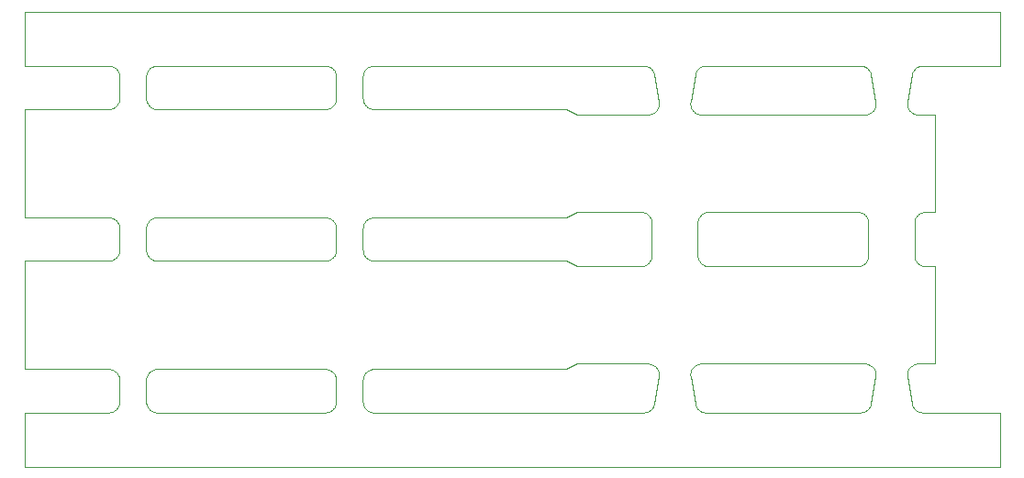
<source format=gko>
%MOIN*%
%OFA0B0*%
%FSLAX44Y44*%
%IPPOS*%
%LPD*%
%ADD10C,0*%
D10*
X00010930Y00012992D02*
X00010930Y00012992D01*
X00004817Y00012992D01*
X00004786Y00012993D01*
X00004755Y00012996D01*
X00004725Y00013003D01*
X00004695Y00013011D01*
X00004666Y00013022D01*
X00004638Y00013035D01*
X00004611Y00013050D01*
X00004585Y00013067D01*
X00004561Y00013086D01*
X00004538Y00013107D01*
X00004517Y00013130D01*
X00004498Y00013154D01*
X00004481Y00013180D01*
X00004466Y00013207D01*
X00004453Y00013235D01*
X00004442Y00013264D01*
X00004434Y00013293D01*
X00004428Y00013324D01*
X00004424Y00013354D01*
X00004423Y00013385D01*
X00004423Y00014173D01*
X00004424Y00014204D01*
X00004428Y00014234D01*
X00004434Y00014265D01*
X00004442Y00014294D01*
X00004453Y00014323D01*
X00004466Y00014351D01*
X00004481Y00014378D01*
X00004498Y00014404D01*
X00004517Y00014428D01*
X00004538Y00014451D01*
X00004561Y00014472D01*
X00004585Y00014491D01*
X00004611Y00014508D01*
X00004638Y00014524D01*
X00004666Y00014536D01*
X00004695Y00014547D01*
X00004725Y00014556D01*
X00004755Y00014562D01*
X00004786Y00014565D01*
X00004817Y00014566D01*
X00010930Y00014566D01*
X00010961Y00014565D01*
X00010992Y00014562D01*
X00011022Y00014556D01*
X00011052Y00014547D01*
X00011081Y00014536D01*
X00011109Y00014524D01*
X00011136Y00014508D01*
X00011162Y00014491D01*
X00011186Y00014472D01*
X00011209Y00014451D01*
X00011230Y00014428D01*
X00011249Y00014404D01*
X00011266Y00014378D01*
X00011281Y00014351D01*
X00011294Y00014323D01*
X00011305Y00014294D01*
X00011313Y00014265D01*
X00011319Y00014234D01*
X00011323Y00014204D01*
X00011324Y00014173D01*
X00011324Y00013385D01*
X00011323Y00013354D01*
X00011319Y00013324D01*
X00011313Y00013293D01*
X00011305Y00013264D01*
X00011294Y00013235D01*
X00011281Y00013207D01*
X00011266Y00013180D01*
X00011249Y00013154D01*
X00011230Y00013130D01*
X00011209Y00013107D01*
X00011186Y00013086D01*
X00011162Y00013067D01*
X00011136Y00013050D01*
X00011109Y00013035D01*
X00011081Y00013022D01*
X00011052Y00013011D01*
X00011022Y00013003D01*
X00010992Y00012996D01*
X00010961Y00012993D01*
X00010930Y00012992D01*
X00020078Y00012795D02*
X00020078Y00012795D01*
X00019685Y00012992D01*
X00012691Y00012992D01*
X00012660Y00012993D01*
X00012629Y00012996D01*
X00012599Y00013003D01*
X00012569Y00013011D01*
X00012540Y00013022D01*
X00012512Y00013035D01*
X00012485Y00013050D01*
X00012459Y00013067D01*
X00012435Y00013086D01*
X00012412Y00013107D01*
X00012391Y00013130D01*
X00012372Y00013154D01*
X00012355Y00013180D01*
X00012340Y00013207D01*
X00012327Y00013235D01*
X00012316Y00013264D01*
X00012308Y00013293D01*
X00012302Y00013324D01*
X00012298Y00013354D01*
X00012297Y00013385D01*
X00012297Y00014173D01*
X00012298Y00014204D01*
X00012302Y00014234D01*
X00012308Y00014265D01*
X00012316Y00014294D01*
X00012327Y00014323D01*
X00012340Y00014351D01*
X00012355Y00014378D01*
X00012372Y00014404D01*
X00012391Y00014428D01*
X00012412Y00014451D01*
X00012435Y00014472D01*
X00012459Y00014491D01*
X00012485Y00014508D01*
X00012512Y00014524D01*
X00012540Y00014536D01*
X00012569Y00014547D01*
X00012599Y00014556D01*
X00012629Y00014562D01*
X00012660Y00014565D01*
X00012691Y00014566D01*
X00022491Y00014566D01*
X00022518Y00014565D01*
X00022546Y00014563D01*
X00022573Y00014558D01*
X00022600Y00014551D01*
X00022626Y00014542D01*
X00022652Y00014532D01*
X00022676Y00014520D01*
X00022700Y00014506D01*
X00022723Y00014491D01*
X00022745Y00014473D01*
X00022765Y00014455D01*
X00022784Y00014435D01*
X00022802Y00014414D01*
X00022818Y00014391D01*
X00022833Y00014368D01*
X00022846Y00014343D01*
X00022857Y00014318D01*
X00022866Y00014292D01*
X00022873Y00014265D01*
X00022879Y00014238D01*
X00023045Y00013254D01*
X00023050Y00013220D01*
X00023051Y00013186D01*
X00023049Y00013152D01*
X00023045Y00013118D01*
X00023037Y00013085D01*
X00023026Y00013052D01*
X00023013Y00013020D01*
X00022997Y00012990D01*
X00022979Y00012961D01*
X00022958Y00012934D01*
X00022935Y00012909D01*
X00022909Y00012886D01*
X00022882Y00012865D01*
X00022853Y00012847D01*
X00022823Y00012831D01*
X00022791Y00012818D01*
X00022759Y00012808D01*
X00022725Y00012801D01*
X00022691Y00012796D01*
X00022657Y00012795D01*
X00020078Y00012795D01*
X00019685Y00009055D02*
X00019685Y00009055D01*
X00020078Y00009251D01*
X00022392Y00009251D01*
X00022423Y00009250D01*
X00022454Y00009247D01*
X00022484Y00009241D01*
X00022514Y00009232D01*
X00022543Y00009221D01*
X00022571Y00009209D01*
X00022598Y00009193D01*
X00022624Y00009176D01*
X00022648Y00009157D01*
X00022671Y00009136D01*
X00022692Y00009113D01*
X00022711Y00009089D01*
X00022728Y00009063D01*
X00022743Y00009037D01*
X00022756Y00009008D01*
X00022767Y00008979D01*
X00022775Y00008950D01*
X00022781Y00008919D01*
X00022785Y00008889D01*
X00022786Y00008858D01*
X00022786Y00007677D01*
X00022785Y00007646D01*
X00022781Y00007615D01*
X00022775Y00007585D01*
X00022767Y00007555D01*
X00022756Y00007526D01*
X00022743Y00007498D01*
X00022728Y00007471D01*
X00022711Y00007445D01*
X00022692Y00007421D01*
X00022671Y00007398D01*
X00022648Y00007377D01*
X00022624Y00007358D01*
X00022598Y00007341D01*
X00022571Y00007326D01*
X00022543Y00007313D01*
X00022514Y00007302D01*
X00022484Y00007294D01*
X00022454Y00007288D01*
X00022423Y00007284D01*
X00022392Y00007283D01*
X00020078Y00007283D01*
X00019685Y00007480D01*
X00012691Y00007480D01*
X00012660Y00007481D01*
X00012629Y00007485D01*
X00012599Y00007491D01*
X00012569Y00007499D01*
X00012540Y00007510D01*
X00012512Y00007523D01*
X00012485Y00007538D01*
X00012459Y00007555D01*
X00012435Y00007574D01*
X00012412Y00007595D01*
X00012391Y00007618D01*
X00012372Y00007642D01*
X00012355Y00007668D01*
X00012340Y00007695D01*
X00012327Y00007723D01*
X00012316Y00007752D01*
X00012308Y00007782D01*
X00012302Y00007812D01*
X00012298Y00007843D01*
X00012297Y00007874D01*
X00012297Y00008661D01*
X00012298Y00008692D01*
X00012302Y00008723D01*
X00012308Y00008753D01*
X00012316Y00008783D01*
X00012327Y00008812D01*
X00012340Y00008840D01*
X00012355Y00008867D01*
X00012372Y00008892D01*
X00012391Y00008917D01*
X00012412Y00008939D01*
X00012435Y00008960D01*
X00012459Y00008979D01*
X00012485Y00008997D01*
X00012512Y00009012D01*
X00012540Y00009025D01*
X00012569Y00009035D01*
X00012599Y00009044D01*
X00012629Y00009050D01*
X00012660Y00009053D01*
X00012691Y00009055D01*
X00019685Y00009055D01*
X00024752Y00001968D02*
X00024752Y00001968D01*
X00024725Y00001969D01*
X00024697Y00001972D01*
X00024670Y00001977D01*
X00024643Y00001983D01*
X00024617Y00001992D01*
X00024591Y00002002D01*
X00024567Y00002015D01*
X00024543Y00002028D01*
X00024520Y00002044D01*
X00024498Y00002061D01*
X00024478Y00002080D01*
X00024459Y00002099D01*
X00024441Y00002121D01*
X00024425Y00002143D01*
X00024410Y00002167D01*
X00024398Y00002191D01*
X00024386Y00002216D01*
X00024377Y00002242D01*
X00024370Y00002269D01*
X00024364Y00002296D01*
X00024198Y00003280D01*
X00024193Y00003314D01*
X00024192Y00003348D01*
X00024194Y00003383D01*
X00024199Y00003416D01*
X00024206Y00003450D01*
X00024217Y00003482D01*
X00024230Y00003514D01*
X00024246Y00003544D01*
X00024264Y00003573D01*
X00024285Y00003600D01*
X00024308Y00003625D01*
X00024334Y00003648D01*
X00024361Y00003669D01*
X00024390Y00003687D01*
X00024420Y00003703D01*
X00024452Y00003716D01*
X00024484Y00003726D01*
X00024518Y00003734D01*
X00024552Y00003738D01*
X00024586Y00003740D01*
X00030531Y00003740D01*
X00030565Y00003738D01*
X00030599Y00003734D01*
X00030633Y00003726D01*
X00030665Y00003716D01*
X00030697Y00003703D01*
X00030727Y00003687D01*
X00030756Y00003669D01*
X00030783Y00003648D01*
X00030809Y00003625D01*
X00030832Y00003600D01*
X00030853Y00003573D01*
X00030871Y00003544D01*
X00030887Y00003514D01*
X00030900Y00003482D01*
X00030911Y00003450D01*
X00030919Y00003416D01*
X00030923Y00003383D01*
X00030925Y00003348D01*
X00030924Y00003314D01*
X00030919Y00003280D01*
X00030753Y00002296D01*
X00030747Y00002269D01*
X00030740Y00002242D01*
X00030731Y00002216D01*
X00030720Y00002191D01*
X00030707Y00002167D01*
X00030692Y00002143D01*
X00030676Y00002121D01*
X00030658Y00002099D01*
X00030639Y00002080D01*
X00030619Y00002061D01*
X00030597Y00002044D01*
X00030574Y00002028D01*
X00030550Y00002015D01*
X00030526Y00002002D01*
X00030500Y00001992D01*
X00030474Y00001983D01*
X00030447Y00001977D01*
X00030420Y00001972D01*
X00030392Y00001969D01*
X00030365Y00001968D01*
X00024752Y00001968D01*
X00024851Y00007283D02*
X00024851Y00007283D01*
X00024820Y00007284D01*
X00024789Y00007288D01*
X00024759Y00007294D01*
X00024729Y00007302D01*
X00024700Y00007313D01*
X00024672Y00007326D01*
X00024645Y00007341D01*
X00024619Y00007358D01*
X00024595Y00007377D01*
X00024572Y00007398D01*
X00024552Y00007421D01*
X00024532Y00007445D01*
X00024515Y00007471D01*
X00024500Y00007498D01*
X00024487Y00007526D01*
X00024476Y00007555D01*
X00024468Y00007585D01*
X00024462Y00007615D01*
X00024458Y00007646D01*
X00024457Y00007677D01*
X00024457Y00008858D01*
X00024458Y00008889D01*
X00024462Y00008919D01*
X00024468Y00008950D01*
X00024476Y00008979D01*
X00024487Y00009008D01*
X00024500Y00009037D01*
X00024515Y00009063D01*
X00024532Y00009089D01*
X00024552Y00009113D01*
X00024572Y00009136D01*
X00024595Y00009157D01*
X00024619Y00009176D01*
X00024645Y00009193D01*
X00024672Y00009209D01*
X00024700Y00009221D01*
X00024729Y00009232D01*
X00024759Y00009241D01*
X00024789Y00009247D01*
X00024820Y00009250D01*
X00024851Y00009251D01*
X00030266Y00009251D01*
X00030297Y00009250D01*
X00030328Y00009247D01*
X00030358Y00009241D01*
X00030388Y00009232D01*
X00030417Y00009221D01*
X00030445Y00009209D01*
X00030472Y00009193D01*
X00030498Y00009176D01*
X00030522Y00009157D01*
X00030545Y00009136D01*
X00030566Y00009113D01*
X00030585Y00009089D01*
X00030602Y00009063D01*
X00030617Y00009037D01*
X00030630Y00009008D01*
X00030641Y00008979D01*
X00030649Y00008950D01*
X00030655Y00008919D01*
X00030659Y00008889D01*
X00030660Y00008858D01*
X00030660Y00007677D01*
X00030659Y00007646D01*
X00030655Y00007615D01*
X00030649Y00007585D01*
X00030641Y00007555D01*
X00030630Y00007526D01*
X00030617Y00007498D01*
X00030602Y00007471D01*
X00030585Y00007445D01*
X00030566Y00007421D01*
X00030545Y00007398D01*
X00030522Y00007377D01*
X00030498Y00007358D01*
X00030472Y00007341D01*
X00030445Y00007326D01*
X00030417Y00007313D01*
X00030388Y00007302D01*
X00030358Y00007294D01*
X00030328Y00007288D01*
X00030297Y00007284D01*
X00030266Y00007283D01*
X00024851Y00007283D01*
X00024586Y00012795D02*
X00024586Y00012795D01*
X00024552Y00012796D01*
X00024518Y00012801D01*
X00024484Y00012808D01*
X00024452Y00012818D01*
X00024420Y00012831D01*
X00024390Y00012847D01*
X00024361Y00012865D01*
X00024334Y00012886D01*
X00024308Y00012909D01*
X00024285Y00012934D01*
X00024264Y00012961D01*
X00024246Y00012990D01*
X00024230Y00013020D01*
X00024217Y00013052D01*
X00024206Y00013085D01*
X00024199Y00013118D01*
X00024194Y00013152D01*
X00024192Y00013186D01*
X00024193Y00013220D01*
X00024198Y00013254D01*
X00024364Y00014238D01*
X00024370Y00014265D01*
X00024377Y00014292D01*
X00024386Y00014318D01*
X00024398Y00014343D01*
X00024410Y00014368D01*
X00024425Y00014391D01*
X00024441Y00014414D01*
X00024459Y00014435D01*
X00024478Y00014455D01*
X00024498Y00014473D01*
X00024520Y00014491D01*
X00024543Y00014506D01*
X00024567Y00014520D01*
X00024591Y00014532D01*
X00024617Y00014542D01*
X00024643Y00014551D01*
X00024670Y00014558D01*
X00024697Y00014563D01*
X00024725Y00014565D01*
X00024752Y00014566D01*
X00030365Y00014566D01*
X00030392Y00014565D01*
X00030420Y00014563D01*
X00030447Y00014558D01*
X00030474Y00014551D01*
X00030500Y00014542D01*
X00030526Y00014532D01*
X00030550Y00014520D01*
X00030574Y00014506D01*
X00030597Y00014491D01*
X00030619Y00014473D01*
X00030639Y00014455D01*
X00030658Y00014435D01*
X00030676Y00014414D01*
X00030692Y00014391D01*
X00030707Y00014368D01*
X00030720Y00014343D01*
X00030731Y00014318D01*
X00030740Y00014292D01*
X00030747Y00014265D01*
X00030753Y00014238D01*
X00030919Y00013254D01*
X00030924Y00013220D01*
X00030925Y00013186D01*
X00030923Y00013152D01*
X00030919Y00013118D01*
X00030911Y00013085D01*
X00030900Y00013052D01*
X00030887Y00013020D01*
X00030871Y00012990D01*
X00030853Y00012961D01*
X00030832Y00012934D01*
X00030809Y00012909D01*
X00030783Y00012886D01*
X00030756Y00012865D01*
X00030727Y00012847D01*
X00030697Y00012831D01*
X00030665Y00012818D01*
X00030633Y00012808D01*
X00030599Y00012801D01*
X00030565Y00012796D01*
X00030531Y00012795D01*
X00024586Y00012795D01*
X00012691Y00001968D02*
X00012691Y00001968D01*
X00012660Y00001969D01*
X00012629Y00001973D01*
X00012599Y00001979D01*
X00012569Y00001987D01*
X00012540Y00001998D01*
X00012512Y00002011D01*
X00012485Y00002026D01*
X00012459Y00002043D01*
X00012435Y00002062D01*
X00012412Y00002083D01*
X00012391Y00002106D01*
X00012372Y00002130D01*
X00012355Y00002156D01*
X00012340Y00002183D01*
X00012327Y00002211D01*
X00012316Y00002240D01*
X00012308Y00002270D01*
X00012302Y00002300D01*
X00012298Y00002331D01*
X00012297Y00002362D01*
X00012297Y00003149D01*
X00012298Y00003180D01*
X00012302Y00003211D01*
X00012308Y00003241D01*
X00012316Y00003271D01*
X00012327Y00003300D01*
X00012340Y00003328D01*
X00012355Y00003355D01*
X00012372Y00003381D01*
X00012391Y00003405D01*
X00012412Y00003427D01*
X00012435Y00003448D01*
X00012459Y00003468D01*
X00012485Y00003485D01*
X00012512Y00003500D01*
X00012540Y00003513D01*
X00012569Y00003524D01*
X00012599Y00003532D01*
X00012629Y00003538D01*
X00012660Y00003542D01*
X00012691Y00003543D01*
X00019685Y00003543D01*
X00020078Y00003740D01*
X00022657Y00003740D01*
X00022691Y00003738D01*
X00022725Y00003734D01*
X00022759Y00003726D01*
X00022791Y00003716D01*
X00022823Y00003703D01*
X00022853Y00003687D01*
X00022882Y00003669D01*
X00022909Y00003648D01*
X00022935Y00003625D01*
X00022958Y00003600D01*
X00022979Y00003573D01*
X00022997Y00003544D01*
X00023013Y00003514D01*
X00023026Y00003482D01*
X00023037Y00003450D01*
X00023045Y00003416D01*
X00023049Y00003383D01*
X00023051Y00003348D01*
X00023050Y00003314D01*
X00023045Y00003280D01*
X00022879Y00002296D01*
X00022873Y00002269D01*
X00022866Y00002242D01*
X00022857Y00002216D01*
X00022846Y00002191D01*
X00022833Y00002167D01*
X00022818Y00002143D01*
X00022802Y00002121D01*
X00022784Y00002099D01*
X00022765Y00002080D01*
X00022745Y00002061D01*
X00022723Y00002044D01*
X00022700Y00002028D01*
X00022676Y00002015D01*
X00022652Y00002002D01*
X00022626Y00001992D01*
X00022600Y00001983D01*
X00022573Y00001977D01*
X00022546Y00001972D01*
X00022518Y00001969D01*
X00022491Y00001968D01*
X00012691Y00001968D01*
X00004817Y00007480D02*
X00004817Y00007480D01*
X00004786Y00007481D01*
X00004755Y00007485D01*
X00004725Y00007491D01*
X00004695Y00007499D01*
X00004666Y00007510D01*
X00004638Y00007523D01*
X00004611Y00007538D01*
X00004585Y00007555D01*
X00004561Y00007574D01*
X00004538Y00007595D01*
X00004517Y00007618D01*
X00004498Y00007642D01*
X00004481Y00007668D01*
X00004466Y00007695D01*
X00004453Y00007723D01*
X00004442Y00007752D01*
X00004434Y00007782D01*
X00004428Y00007812D01*
X00004424Y00007843D01*
X00004423Y00007874D01*
X00004423Y00008661D01*
X00004424Y00008692D01*
X00004428Y00008723D01*
X00004434Y00008753D01*
X00004442Y00008783D01*
X00004453Y00008812D01*
X00004466Y00008840D01*
X00004481Y00008867D01*
X00004498Y00008892D01*
X00004517Y00008917D01*
X00004538Y00008939D01*
X00004561Y00008960D01*
X00004585Y00008979D01*
X00004611Y00008997D01*
X00004638Y00009012D01*
X00004666Y00009025D01*
X00004695Y00009035D01*
X00004725Y00009044D01*
X00004755Y00009050D01*
X00004786Y00009053D01*
X00004817Y00009055D01*
X00010930Y00009055D01*
X00010961Y00009053D01*
X00010992Y00009050D01*
X00011022Y00009044D01*
X00011052Y00009035D01*
X00011081Y00009025D01*
X00011109Y00009012D01*
X00011136Y00008997D01*
X00011162Y00008979D01*
X00011186Y00008960D01*
X00011209Y00008939D01*
X00011230Y00008917D01*
X00011249Y00008892D01*
X00011266Y00008867D01*
X00011281Y00008840D01*
X00011294Y00008812D01*
X00011305Y00008783D01*
X00011313Y00008753D01*
X00011319Y00008723D01*
X00011323Y00008692D01*
X00011324Y00008661D01*
X00011324Y00007874D01*
X00011323Y00007843D01*
X00011319Y00007812D01*
X00011313Y00007782D01*
X00011305Y00007752D01*
X00011294Y00007723D01*
X00011281Y00007695D01*
X00011266Y00007668D01*
X00011249Y00007642D01*
X00011230Y00007618D01*
X00011209Y00007595D01*
X00011186Y00007574D01*
X00011162Y00007555D01*
X00011136Y00007538D01*
X00011109Y00007523D01*
X00011081Y00007510D01*
X00011052Y00007499D01*
X00011022Y00007491D01*
X00010992Y00007485D01*
X00010961Y00007481D01*
X00010930Y00007480D01*
X00004817Y00007480D01*
X00004817Y00001968D02*
X00004817Y00001968D01*
X00004786Y00001969D01*
X00004755Y00001973D01*
X00004725Y00001979D01*
X00004695Y00001987D01*
X00004666Y00001998D01*
X00004638Y00002011D01*
X00004611Y00002026D01*
X00004585Y00002043D01*
X00004561Y00002062D01*
X00004538Y00002083D01*
X00004517Y00002106D01*
X00004498Y00002130D01*
X00004481Y00002156D01*
X00004466Y00002183D01*
X00004453Y00002211D01*
X00004442Y00002240D01*
X00004434Y00002270D01*
X00004428Y00002300D01*
X00004424Y00002331D01*
X00004423Y00002362D01*
X00004423Y00003149D01*
X00004424Y00003180D01*
X00004428Y00003211D01*
X00004434Y00003241D01*
X00004442Y00003271D01*
X00004453Y00003300D01*
X00004466Y00003328D01*
X00004481Y00003355D01*
X00004498Y00003381D01*
X00004517Y00003405D01*
X00004538Y00003427D01*
X00004561Y00003448D01*
X00004585Y00003468D01*
X00004611Y00003485D01*
X00004638Y00003500D01*
X00004666Y00003513D01*
X00004695Y00003524D01*
X00004725Y00003532D01*
X00004755Y00003538D01*
X00004786Y00003542D01*
X00004817Y00003543D01*
X00010930Y00003543D01*
X00010961Y00003542D01*
X00010992Y00003538D01*
X00011022Y00003532D01*
X00011052Y00003524D01*
X00011081Y00003513D01*
X00011109Y00003500D01*
X00011136Y00003485D01*
X00011162Y00003468D01*
X00011186Y00003448D01*
X00011209Y00003427D01*
X00011230Y00003405D01*
X00011249Y00003381D01*
X00011266Y00003355D01*
X00011281Y00003328D01*
X00011294Y00003300D01*
X00011305Y00003271D01*
X00011313Y00003241D01*
X00011319Y00003211D01*
X00011323Y00003180D01*
X00011324Y00003149D01*
X00011324Y00002362D01*
X00011323Y00002331D01*
X00011319Y00002300D01*
X00011313Y00002270D01*
X00011305Y00002240D01*
X00011294Y00002211D01*
X00011281Y00002183D01*
X00011266Y00002156D01*
X00011249Y00002130D01*
X00011230Y00002106D01*
X00011209Y00002083D01*
X00011186Y00002062D01*
X00011162Y00002043D01*
X00011136Y00002026D01*
X00011109Y00002011D01*
X00011081Y00001998D01*
X00011052Y00001987D01*
X00011022Y00001979D01*
X00010992Y00001973D01*
X00010961Y00001969D01*
X00010930Y00001968D01*
X00004817Y00001968D01*
X00003056Y00003543D02*
X00003056Y00003543D01*
X00003087Y00003542D01*
X00003118Y00003538D01*
X00003148Y00003532D01*
X00003178Y00003524D01*
X00003207Y00003513D01*
X00003235Y00003500D01*
X00003262Y00003485D01*
X00003288Y00003468D01*
X00003312Y00003448D01*
X00003335Y00003427D01*
X00003356Y00003405D01*
X00003375Y00003381D01*
X00003392Y00003355D01*
X00003407Y00003328D01*
X00003420Y00003300D01*
X00003431Y00003271D01*
X00003439Y00003241D01*
X00003445Y00003211D01*
X00003449Y00003180D01*
X00003450Y00003149D01*
X00003450Y00002362D01*
X00003449Y00002331D01*
X00003445Y00002300D01*
X00003439Y00002270D01*
X00003431Y00002240D01*
X00003420Y00002211D01*
X00003407Y00002183D01*
X00003392Y00002156D01*
X00003375Y00002130D01*
X00003356Y00002106D01*
X00003335Y00002083D01*
X00003312Y00002062D01*
X00003288Y00002043D01*
X00003262Y00002026D01*
X00003235Y00002011D01*
X00003207Y00001998D01*
X00003178Y00001987D01*
X00003148Y00001979D01*
X00003118Y00001973D01*
X00003087Y00001969D01*
X00003056Y00001968D01*
X00000000Y00001968D01*
X00000000Y00000000D01*
X00035433Y00000000D01*
X00035433Y00001968D01*
X00032626Y00001968D01*
X00032599Y00001969D01*
X00032571Y00001972D01*
X00032544Y00001977D01*
X00032517Y00001983D01*
X00032491Y00001992D01*
X00032465Y00002002D01*
X00032441Y00002015D01*
X00032417Y00002028D01*
X00032394Y00002044D01*
X00032372Y00002061D01*
X00032352Y00002080D01*
X00032333Y00002099D01*
X00032315Y00002121D01*
X00032299Y00002143D01*
X00032284Y00002167D01*
X00032272Y00002191D01*
X00032260Y00002216D01*
X00032251Y00002242D01*
X00032244Y00002269D01*
X00032238Y00002296D01*
X00032072Y00003280D01*
X00032068Y00003314D01*
X00032066Y00003348D01*
X00032068Y00003383D01*
X00032073Y00003416D01*
X00032080Y00003450D01*
X00032091Y00003482D01*
X00032104Y00003514D01*
X00032120Y00003544D01*
X00032138Y00003573D01*
X00032159Y00003600D01*
X00032182Y00003625D01*
X00032208Y00003648D01*
X00032235Y00003669D01*
X00032264Y00003687D01*
X00032294Y00003703D01*
X00032326Y00003716D01*
X00032358Y00003726D01*
X00032392Y00003734D01*
X00032426Y00003738D01*
X00032460Y00003740D01*
X00033070Y00003740D01*
X00033070Y00007283D01*
X00032725Y00007283D01*
X00032694Y00007284D01*
X00032663Y00007288D01*
X00032633Y00007294D01*
X00032603Y00007302D01*
X00032574Y00007313D01*
X00032546Y00007326D01*
X00032519Y00007341D01*
X00032493Y00007358D01*
X00032469Y00007377D01*
X00032447Y00007398D01*
X00032426Y00007421D01*
X00032406Y00007445D01*
X00032389Y00007471D01*
X00032374Y00007498D01*
X00032361Y00007526D01*
X00032350Y00007555D01*
X00032342Y00007585D01*
X00032336Y00007615D01*
X00032332Y00007646D01*
X00032331Y00007677D01*
X00032331Y00008858D01*
X00032332Y00008889D01*
X00032336Y00008919D01*
X00032342Y00008950D01*
X00032350Y00008979D01*
X00032361Y00009008D01*
X00032374Y00009037D01*
X00032389Y00009063D01*
X00032406Y00009089D01*
X00032426Y00009113D01*
X00032447Y00009136D01*
X00032469Y00009157D01*
X00032493Y00009176D01*
X00032519Y00009193D01*
X00032546Y00009209D01*
X00032574Y00009221D01*
X00032603Y00009232D01*
X00032633Y00009241D01*
X00032663Y00009247D01*
X00032694Y00009250D01*
X00032725Y00009251D01*
X00033070Y00009251D01*
X00033070Y00012795D01*
X00032460Y00012795D01*
X00032426Y00012796D01*
X00032392Y00012801D01*
X00032358Y00012808D01*
X00032326Y00012818D01*
X00032294Y00012831D01*
X00032264Y00012847D01*
X00032235Y00012865D01*
X00032208Y00012886D01*
X00032182Y00012909D01*
X00032159Y00012934D01*
X00032138Y00012961D01*
X00032120Y00012990D01*
X00032104Y00013020D01*
X00032091Y00013052D01*
X00032080Y00013085D01*
X00032073Y00013118D01*
X00032068Y00013152D01*
X00032066Y00013186D01*
X00032068Y00013220D01*
X00032072Y00013254D01*
X00032238Y00014238D01*
X00032244Y00014265D01*
X00032251Y00014292D01*
X00032260Y00014318D01*
X00032272Y00014343D01*
X00032284Y00014368D01*
X00032299Y00014391D01*
X00032315Y00014414D01*
X00032333Y00014435D01*
X00032352Y00014455D01*
X00032372Y00014473D01*
X00032394Y00014491D01*
X00032417Y00014506D01*
X00032441Y00014520D01*
X00032465Y00014532D01*
X00032491Y00014542D01*
X00032517Y00014551D01*
X00032544Y00014558D01*
X00032571Y00014563D01*
X00032599Y00014565D01*
X00032626Y00014566D01*
X00035433Y00014566D01*
X00035433Y00016535D01*
X00000000Y00016535D01*
X00000000Y00014566D01*
X00003056Y00014566D01*
X00003087Y00014565D01*
X00003118Y00014562D01*
X00003148Y00014556D01*
X00003178Y00014547D01*
X00003207Y00014536D01*
X00003235Y00014524D01*
X00003262Y00014508D01*
X00003288Y00014491D01*
X00003312Y00014472D01*
X00003335Y00014451D01*
X00003356Y00014428D01*
X00003375Y00014404D01*
X00003392Y00014378D01*
X00003407Y00014351D01*
X00003420Y00014323D01*
X00003431Y00014294D01*
X00003439Y00014265D01*
X00003445Y00014234D01*
X00003449Y00014204D01*
X00003450Y00014173D01*
X00003450Y00013385D01*
X00003449Y00013354D01*
X00003445Y00013324D01*
X00003439Y00013293D01*
X00003431Y00013264D01*
X00003420Y00013235D01*
X00003407Y00013207D01*
X00003392Y00013180D01*
X00003375Y00013154D01*
X00003356Y00013130D01*
X00003335Y00013107D01*
X00003312Y00013086D01*
X00003288Y00013067D01*
X00003262Y00013050D01*
X00003235Y00013035D01*
X00003207Y00013022D01*
X00003178Y00013011D01*
X00003148Y00013003D01*
X00003118Y00012996D01*
X00003087Y00012993D01*
X00003056Y00012992D01*
X00000000Y00012992D01*
X00000000Y00009055D01*
X00003056Y00009055D01*
X00003087Y00009053D01*
X00003118Y00009050D01*
X00003148Y00009044D01*
X00003178Y00009035D01*
X00003207Y00009025D01*
X00003235Y00009012D01*
X00003262Y00008997D01*
X00003288Y00008979D01*
X00003312Y00008960D01*
X00003335Y00008939D01*
X00003356Y00008917D01*
X00003375Y00008892D01*
X00003392Y00008867D01*
X00003407Y00008840D01*
X00003420Y00008812D01*
X00003431Y00008783D01*
X00003439Y00008753D01*
X00003445Y00008723D01*
X00003449Y00008692D01*
X00003450Y00008661D01*
X00003450Y00007874D01*
X00003449Y00007843D01*
X00003445Y00007812D01*
X00003439Y00007782D01*
X00003431Y00007752D01*
X00003420Y00007723D01*
X00003407Y00007695D01*
X00003392Y00007668D01*
X00003375Y00007642D01*
X00003356Y00007618D01*
X00003335Y00007595D01*
X00003312Y00007574D01*
X00003288Y00007555D01*
X00003262Y00007538D01*
X00003235Y00007523D01*
X00003207Y00007510D01*
X00003178Y00007499D01*
X00003148Y00007491D01*
X00003118Y00007485D01*
X00003087Y00007481D01*
X00003056Y00007480D01*
X00000000Y00007480D01*
X00000000Y00003543D01*
X00003056Y00003543D01*
M02*
</source>
